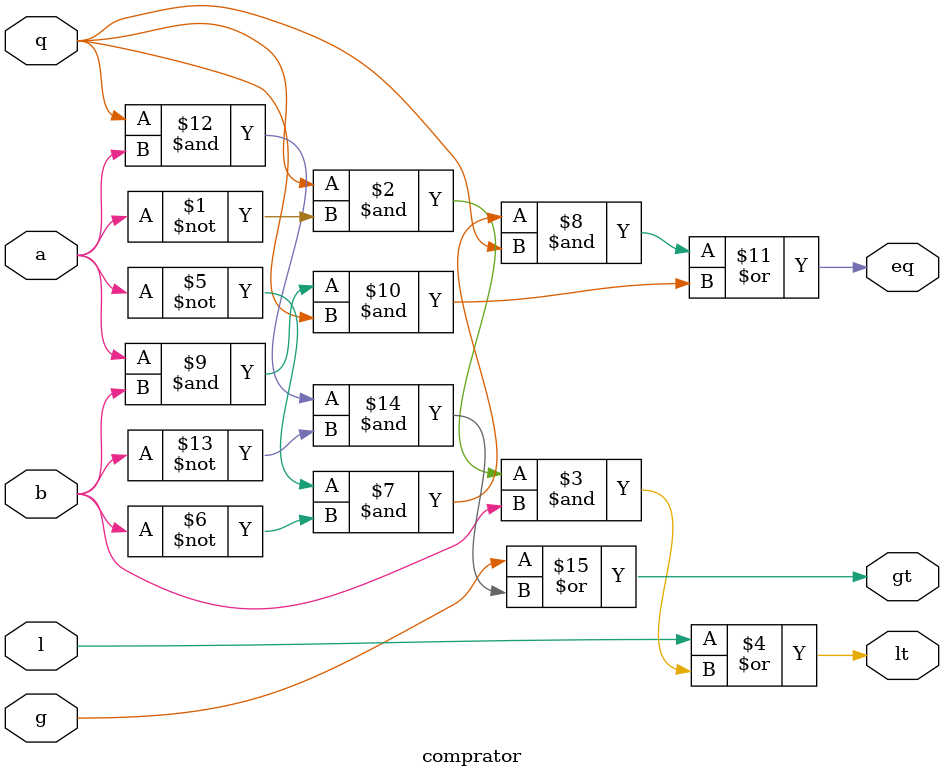
<source format=sv>

module comprator(input a , b , l , g , q , output lt , eq , gt);
    assign lt = l | (q & ~a & b);
    assign eq = (~a & ~b & q) | (a & b & q);
    assign gt = g | (q & a & ~b);
endmodule
</source>
